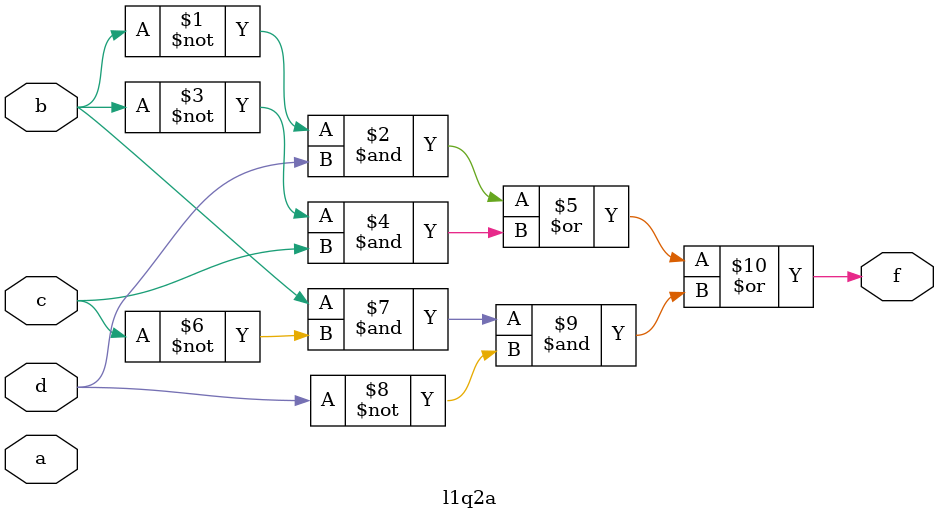
<source format=v>
module l1q2a(a, b, c, d, f);
 input a, b, c, d;
 output f;
 assign f = (~b & d) | (~b & c) | (b & ~c & ~d);
endmodule

</source>
